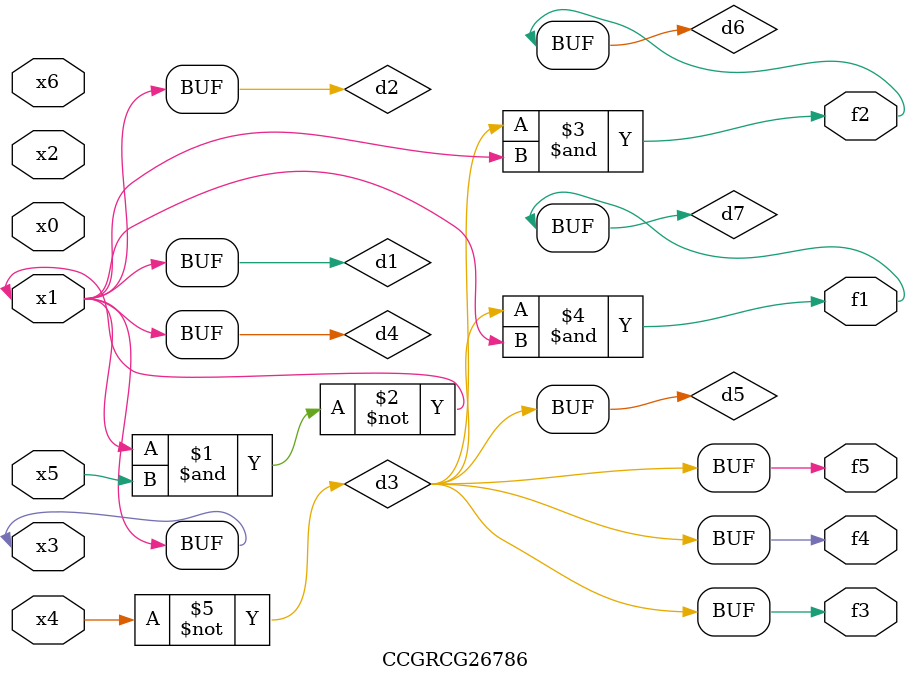
<source format=v>
module CCGRCG26786(
	input x0, x1, x2, x3, x4, x5, x6,
	output f1, f2, f3, f4, f5
);

	wire d1, d2, d3, d4, d5, d6, d7;

	buf (d1, x1, x3);
	nand (d2, x1, x5);
	not (d3, x4);
	buf (d4, d1, d2);
	buf (d5, d3);
	and (d6, d3, d4);
	and (d7, d3, d4);
	assign f1 = d7;
	assign f2 = d6;
	assign f3 = d5;
	assign f4 = d5;
	assign f5 = d5;
endmodule

</source>
